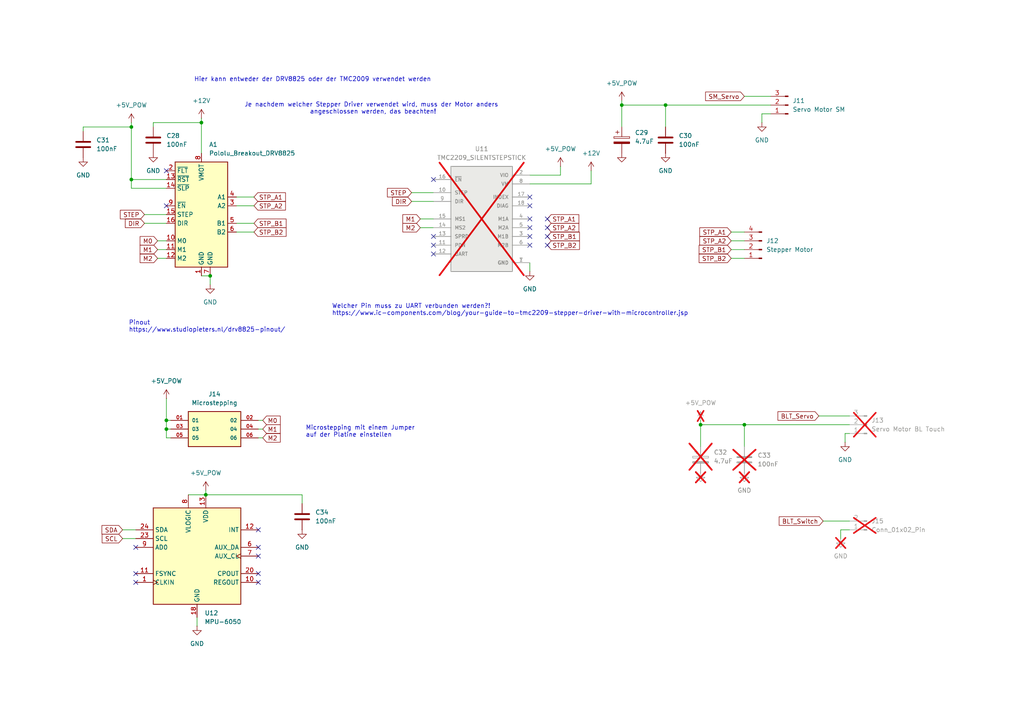
<source format=kicad_sch>
(kicad_sch (version 20231120) (generator "eeschema") (generator_version "8.0")
  (paper "A4")
  (lib_symbols
    (symbol "Connector:Conn_01x02_Pin" (pin_names (offset 1.016) hide)
      (property "Reference" "J" (at 0 2.54 0))
      (property "Value" "Conn_01x02_Pin" (at 0 -5.08 0))
      (symbol "Conn_01x02_Pin_1_1"
        (polyline (pts (xy 1.27 -2.54) (xy 0.8636 -2.54)) (stroke (width 0.1524)))
        (polyline (pts (xy 1.27 0) (xy 0.8636 0)) (stroke (width 0.1524)))
        (rectangle (start 0.8636 -2.413) (end 0 -2.667) (stroke (width 0.1524)) (fill (type outline)))
        (rectangle (start 0.8636 0.127) (end 0 -0.127) (stroke (width 0.1524)) (fill (type outline)))
        (pin passive line (at 5.08 0 180) (length 3.81) (name "Pin_1") (number "1"))
        (pin passive line (at 5.08 -2.54 180) (length 3.81) (name "Pin_2") (number "2"))
      )
    )
    (symbol "Connector:Conn_01x03_Pin" (pin_names (offset 1.016) hide)
      (property "Reference" "J" (at 0 5.08 0))
      (property "Value" "Conn_01x03_Pin" (at 0 -5.08 0))
      (symbol "Conn_01x03_Pin_1_1"
        (polyline (pts (xy 1.27 -2.54) (xy 0.8636 -2.54)) (stroke (width 0.1524)))
        (polyline (pts (xy 1.27 0) (xy 0.8636 0)) (stroke (width 0.1524)))
        (polyline (pts (xy 1.27 2.54) (xy 0.8636 2.54)) (stroke (width 0.1524)))
        (rectangle (start 0.8636 -2.413) (end 0 -2.667) (stroke (width 0.1524)) (fill (type outline)))
        (rectangle (start 0.8636 0.127) (end 0 -0.127) (stroke (width 0.1524)) (fill (type outline)))
        (rectangle (start 0.8636 2.667) (end 0 2.413) (stroke (width 0.1524)) (fill (type outline)))
        (pin passive line (at 5.08 2.54 180) (length 3.81) (name "Pin_1") (number "1"))
        (pin passive line (at 5.08 0 180) (length 3.81) (name "Pin_2") (number "2"))
        (pin passive line (at 5.08 -2.54 180) (length 3.81) (name "Pin_3") (number "3"))
      )
    )
    (symbol "Connector:Conn_01x04_Pin" (pin_names (offset 1.016) hide)
      (property "Reference" "J" (at 0 5.08 0))
      (property "Value" "Conn_01x04_Pin" (at 0 -7.62 0))
      (symbol "Conn_01x04_Pin_1_1"
        (polyline (pts (xy 1.27 -5.08) (xy 0.8636 -5.08)) (stroke (width 0.1524)))
        (polyline (pts (xy 1.27 -2.54) (xy 0.8636 -2.54)) (stroke (width 0.1524)))
        (polyline (pts (xy 1.27 0) (xy 0.8636 0)) (stroke (width 0.1524)))
        (polyline (pts (xy 1.27 2.54) (xy 0.8636 2.54)) (stroke (width 0.1524)))
        (rectangle (start 0.8636 -4.953) (end 0 -5.207) (stroke (width 0.1524)) (fill (type outline)))
        (rectangle (start 0.8636 -2.413) (end 0 -2.667) (stroke (width 0.1524)) (fill (type outline)))
        (rectangle (start 0.8636 0.127) (end 0 -0.127) (stroke (width 0.1524)) (fill (type outline)))
        (rectangle (start 0.8636 2.667) (end 0 2.413) (stroke (width 0.1524)) (fill (type outline)))
        (pin passive line (at 5.08 2.54 180) (length 3.81) (name "Pin_1") (number "1"))
        (pin passive line (at 5.08 0 180) (length 3.81) (name "Pin_2") (number "2"))
        (pin passive line (at 5.08 -2.54 180) (length 3.81) (name "Pin_3") (number "3"))
        (pin passive line (at 5.08 -5.08 180) (length 3.81) (name "Pin_4") (number "4"))
      )
    )
    (symbol "Device:C" (pin_numbers hide) (pin_names (offset 0.254))
      (property "Reference" "C" (at 0.635 2.54 0))
      (property "Value" "C" (at 0.635 -2.54 0))
      (symbol "C_0_1"
        (polyline (pts (xy -2.032 -0.762) (xy 2.032 -0.762)) (stroke (width 0.508)))
        (polyline (pts (xy -2.032 0.762) (xy 2.032 0.762)) (stroke (width 0.508)))
      )
      (symbol "C_1_1"
        (pin passive line (at 0 3.81 270) (length 2.794) (name "~") (number "1"))
        (pin passive line (at 0 -3.81 90) (length 2.794) (name "~") (number "2"))
      )
    )
    (symbol "Device:C_Polarized" (pin_numbers hide) (pin_names (offset 0.254))
      (property "Reference" "C" (at 0.635 2.54 0))
      (property "Value" "C_Polarized" (at 0.635 -2.54 0))
      (symbol "C_Polarized_0_1"
        (rectangle (start -2.286 0.508) (end 2.286 1.016))
        (polyline (pts (xy -1.778 2.286) (xy -0.762 2.286)))
        (polyline (pts (xy -1.27 2.794) (xy -1.27 1.778)))
        (rectangle (start 2.286 -0.508) (end -2.286 -1.016) (fill (type outline)))
      )
      (symbol "C_Polarized_1_1"
        (pin passive line (at 0 3.81 270) (length 2.794) (name "~") (number "1"))
        (pin passive line (at 0 -3.81 90) (length 2.794) (name "~") (number "2"))
      )
    )
    (symbol "Driver_Motor:Pololu_Breakout_DRV8825"
      (property "Reference" "A" (at -2.54 16.51 0))
      (property "Value" "Pololu_Breakout_DRV8825" (at -2.54 13.97 0))
      (symbol "Pololu_Breakout_DRV8825_0_1"
        (rectangle (start 7.62 -17.78) (end -7.62 12.7) (stroke (width 0.254)) (fill (type background)))
      )
      (symbol "Pololu_Breakout_DRV8825_1_1"
        (pin power_in line (at 0 -20.32 90) (length 2.54) (name "GND") (number "1"))
        (pin input line (at -10.16 -10.16 0) (length 2.54) (name "M0") (number "10"))
        (pin input line (at -10.16 -12.7 0) (length 2.54) (name "M1") (number "11"))
        (pin input line (at -10.16 -15.24 0) (length 2.54) (name "M2") (number "12"))
        (pin input line (at -10.16 7.62 0) (length 2.54) (name "~{RST}") (number "13"))
        (pin input line (at -10.16 5.08 0) (length 2.54) (name "~{SLP}") (number "14"))
        (pin input line (at -10.16 -2.54 0) (length 2.54) (name "STEP") (number "15"))
        (pin input line (at -10.16 -5.08 0) (length 2.54) (name "DIR") (number "16"))
        (pin output line (at -10.16 10.16 0) (length 2.54) (name "~{FLT}") (number "2"))
        (pin output line (at 10.16 0 180) (length 2.54) (name "A2") (number "3"))
        (pin output line (at 10.16 2.54 180) (length 2.54) (name "A1") (number "4"))
        (pin output line (at 10.16 -5.08 180) (length 2.54) (name "B1") (number "5"))
        (pin output line (at 10.16 -7.62 180) (length 2.54) (name "B2") (number "6"))
        (pin power_in line (at 2.54 -20.32 90) (length 2.54) (name "GND") (number "7"))
        (pin power_in line (at 0 15.24 270) (length 2.54) (name "VMOT") (number "8"))
        (pin input line (at -10.16 0 0) (length 2.54) (name "~{EN}") (number "9"))
      )
    )
    (symbol "Imported_Component_Symbols:FTSH-103-01-L-DH" (pin_names (offset 1.016))
      (property "Reference" "J" (at -8.12 5.08 0))
      (property "Value" "FTSH-103-01-L-DH" (at -7.62 -7.62 0))
      (symbol "FTSH-103-01-L-DH_0_0"
        (rectangle (start -7.62 -5.08) (end 7.62 5.08) (stroke (width 0.254)) (fill (type background)))
        (pin passive line (at -12.7 2.54 0) (length 5.08) (name "01") (number "01"))
        (pin passive line (at 12.7 2.54 180) (length 5.08) (name "02") (number "02"))
        (pin passive line (at -12.7 0 0) (length 5.08) (name "03") (number "03"))
        (pin passive line (at 12.7 0 180) (length 5.08) (name "04") (number "04"))
        (pin passive line (at -12.7 -2.54 0) (length 5.08) (name "05") (number "05"))
        (pin passive line (at 12.7 -2.54 180) (length 5.08) (name "06") (number "06"))
      )
    )
    (symbol "Imported_Component_Symbols:TMC2209_SILENTSTEPSTICK" (pin_names (offset 1.016))
      (property "Reference" "U" (at -12.7 22.86 0))
      (property "Value" "TMC2209_SILENTSTEPSTICK" (at -12.446 -13.716 0))
      (symbol "TMC2209_SILENTSTEPSTICK_0_0"
        (rectangle (start -8.89 20.32) (end 8.89 -10.16) (stroke (width 0.254)) (fill (type background)))
        (pin power_in line (at 13.97 -7.62 180) (length 5.08) (name "GND") (number "1"))
        (pin input line (at -13.97 12.7 0) (length 5.08) (name "STEP") (number "10"))
        (pin bidirectional line (at -13.97 -2.54 0) (length 5.08) (name "PDN") (number "11"))
        (pin bidirectional line (at -13.97 -5.08 0) (length 5.08) (name "UART") (number "12"))
        (pin input line (at -13.97 0 0) (length 5.08) (name "SPRD") (number "13"))
        (pin input line (at -13.97 2.54 0) (length 5.08) (name "MS2") (number "14"))
        (pin input line (at -13.97 5.08 0) (length 5.08) (name "MS1") (number "15"))
        (pin input line (at -13.97 16.51 0) (length 5.08) (name "~{EN}") (number "16"))
        (pin output line (at 13.97 11.43 180) (length 5.08) (name "INDEX") (number "17"))
        (pin output line (at 13.97 8.89 180) (length 5.08) (name "DIAG") (number "18"))
        (pin power_in line (at 13.97 17.78 180) (length 5.08) (name "VIO") (number "2"))
        (pin output line (at 13.97 0 180) (length 5.08) (name "M1B") (number "3"))
        (pin output line (at 13.97 5.08 180) (length 5.08) (name "M1A") (number "4"))
        (pin output line (at 13.97 2.54 180) (length 5.08) (name "M2A") (number "5"))
        (pin output line (at 13.97 -2.54 180) (length 5.08) (name "M2B") (number "6"))
        (pin power_in line (at 13.97 -7.62 180) (length 5.08) (name "GND") (number "7"))
        (pin power_in line (at 13.97 15.24 180) (length 5.08) (name "VM") (number "8"))
        (pin input line (at -13.97 10.16 0) (length 5.08) (name "DIR") (number "9"))
      )
    )
    (symbol "Sensor_Motion:MPU-6050"
      (property "Reference" "U" (at -11.43 13.97 0))
      (property "Value" "MPU-6050" (at 7.62 -15.24 0))
      (symbol "MPU-6050_0_0"
        (text "" (at 12.7 -2.54 0) (effects (font (size 1.27 1.27))))
      )
      (symbol "MPU-6050_0_1"
        (rectangle (start -12.7 13.97) (end 12.7 -13.97) (stroke (width 0.254)) (fill (type background)))
      )
      (symbol "MPU-6050_1_1"
        (pin input clock (at -17.78 -7.62 0) (length 5.08) (name "CLKIN") (number "1"))
        (pin passive line (at 17.78 -7.62 180) (length 5.08) (name "REGOUT") (number "10"))
        (pin input line (at -17.78 -5.08 0) (length 5.08) (name "FSYNC") (number "11"))
        (pin output line (at 17.78 7.62 180) (length 5.08) (name "INT") (number "12"))
        (pin power_in line (at 2.54 17.78 270) (length 3.81) (name "VDD") (number "13"))
        (pin no_connect line (at -12.7 -10.16 0) (length 2.54) hide (name "NC") (number "14"))
        (pin no_connect line (at 12.7 12.7 180) (length 2.54) hide (name "NC") (number "15"))
        (pin no_connect line (at 12.7 10.16 180) (length 2.54) hide (name "NC") (number "16"))
        (pin no_connect line (at 12.7 5.08 180) (length 2.54) hide (name "NC") (number "17"))
        (pin power_in line (at 0 -17.78 90) (length 3.81) (name "GND") (number "18"))
        (pin no_connect line (at 12.7 -10.16 180) (length 2.54) hide (name "RESV") (number "19"))
        (pin no_connect line (at -12.7 12.7 0) (length 2.54) hide (name "NC") (number "2"))
        (pin passive line (at 17.78 -5.08 180) (length 5.08) (name "CPOUT") (number "20"))
        (pin no_connect line (at 12.7 -2.54 180) (length 2.54) hide (name "RESV") (number "21"))
        (pin no_connect line (at 12.7 -12.7 180) (length 2.54) hide (name "RESV") (number "22"))
        (pin input line (at -17.78 5.08 0) (length 5.08) (name "SCL") (number "23"))
        (pin bidirectional line (at -17.78 7.62 0) (length 5.08) (name "SDA") (number "24"))
        (pin no_connect line (at -12.7 10.16 0) (length 2.54) hide (name "NC") (number "3"))
        (pin no_connect line (at -12.7 0 0) (length 2.54) hide (name "NC") (number "4"))
        (pin no_connect line (at -12.7 -2.54 0) (length 2.54) hide (name "NC") (number "5"))
        (pin bidirectional line (at 17.78 2.54 180) (length 5.08) (name "AUX_DA") (number "6"))
        (pin output clock (at 17.78 0 180) (length 5.08) (name "AUX_CL") (number "7"))
        (pin power_in line (at -2.54 17.78 270) (length 3.81) (name "VLOGIC") (number "8"))
        (pin input line (at -17.78 2.54 0) (length 5.08) (name "AD0") (number "9"))
      )
    )
    (symbol "power:+12V" (power) (pin_numbers hide) (pin_names (offset 0) hide)
      (property "Value" "+12V" (at 0 3.556 0))
      (symbol "+12V_0_1"
        (polyline (pts (xy -0.762 1.27) (xy 0 2.54)))
        (polyline (pts (xy 0 0) (xy 0 2.54)))
        (polyline (pts (xy 0 2.54) (xy 0.762 1.27)))
      )
      (symbol "+12V_1_1"
        (pin power_in line (at 0 0 90) (length 0) (name "~") (number "1"))
      )
    )
    (symbol "power:+5VP" (power) (pin_numbers hide) (pin_names (offset 0) hide)
      (property "Value" "+5VP" (at 0 3.556 0))
      (symbol "+5VP_0_1"
        (polyline (pts (xy -0.762 1.27) (xy 0 2.54)))
        (polyline (pts (xy 0 0) (xy 0 2.54)))
        (polyline (pts (xy 0 2.54) (xy 0.762 1.27)))
      )
      (symbol "+5VP_1_1"
        (pin power_in line (at 0 0 90) (length 0) (name "~") (number "1"))
      )
    )
    (symbol "power:GND" (power) (pin_numbers hide) (pin_names (offset 0) hide)
      (property "Value" "GND" (at 0 -3.81 0))
      (symbol "GND_0_1"
        (polyline (pts (xy 0 0) (xy 0 -1.27) (xy 1.27 -1.27) (xy 0 -2.54) (xy -1.27 -1.27) (xy 0 -1.27)))
      )
      (symbol "GND_1_1"
        (pin power_in line (at 0 0 270) (length 0) (name "~") (number "1"))
      )
    )
  )
  (junction (at 180.34 30.48))
  (junction (at 38.1 52.07))
  (junction (at 58.42 35.56))
  (junction (at 48.26 124.46))
  (junction (at 193.04 30.48))
  (junction (at 215.9 123.19))
  (junction (at 48.26 121.92))
  (junction (at 59.69 143.51))
  (junction (at 203.2 123.19))
  (junction (at 60.96 80.01))
  (junction (at 38.1 36.83))
  (no_connect (at 74.93 168.91))
  (no_connect (at 158.75 66.04))
  (no_connect (at 153.67 63.5))
  (no_connect (at 48.26 49.53))
  (no_connect (at 125.73 71.12))
  (no_connect (at 153.67 59.69))
  (no_connect (at 158.75 68.58))
  (no_connect (at 153.67 66.04))
  (no_connect (at 74.93 161.29))
  (no_connect (at 153.67 71.12))
  (no_connect (at 39.37 166.37))
  (no_connect (at 74.93 158.75))
  (no_connect (at 158.75 63.5))
  (no_connect (at 125.73 68.58))
  (no_connect (at 74.93 153.67))
  (no_connect (at 153.67 68.58))
  (no_connect (at 74.93 166.37))
  (no_connect (at 153.67 57.15))
  (no_connect (at 39.37 158.75))
  (no_connect (at 48.26 59.69))
  (no_connect (at 39.37 168.91))
  (no_connect (at 158.75 71.12))
  (no_connect (at 125.73 73.66))
  (no_connect (at 125.73 52.07))
  (wire (pts (xy 245.11 125.73) (xy 246.38 125.73)))
  (wire (pts (xy 215.9 27.94) (xy 223.52 27.94)))
  (wire (pts (xy 48.26 115.57) (xy 48.26 121.92)))
  (wire (pts (xy 212.09 69.85) (xy 215.9 69.85)))
  (wire (pts (xy 41.91 64.77) (xy 48.26 64.77)))
  (wire (pts (xy 45.72 74.93) (xy 48.26 74.93)))
  (wire (pts (xy 35.56 156.21) (xy 39.37 156.21)))
  (wire (pts (xy 38.1 36.83) (xy 38.1 52.07)))
  (wire (pts (xy 48.26 52.07) (xy 38.1 52.07)))
  (wire (pts (xy 212.09 67.31) (xy 215.9 67.31)))
  (wire (pts (xy 119.38 58.42) (xy 125.73 58.42)))
  (wire (pts (xy 48.26 121.92) (xy 48.26 124.46)))
  (wire (pts (xy 48.26 54.61) (xy 38.1 54.61)))
  (wire (pts (xy 215.9 123.19) (xy 215.9 129.54)))
  (wire (pts (xy 24.13 38.1) (xy 24.13 36.83)))
  (wire (pts (xy 60.96 80.01) (xy 60.96 82.55)))
  (wire (pts (xy 38.1 54.61) (xy 38.1 52.07)))
  (wire (pts (xy 238.76 151.13) (xy 246.38 151.13)))
  (wire (pts (xy 76.2 127) (xy 74.93 127)))
  (wire (pts (xy 76.2 121.92) (xy 74.93 121.92)))
  (wire (pts (xy 48.26 127) (xy 48.26 124.46)))
  (wire (pts (xy 119.38 55.88) (xy 125.73 55.88)))
  (wire (pts (xy 58.42 34.29) (xy 58.42 35.56)))
  (wire (pts (xy 68.58 57.15) (xy 73.66 57.15)))
  (wire (pts (xy 193.04 30.48) (xy 180.34 30.48)))
  (wire (pts (xy 223.52 30.48) (xy 193.04 30.48)))
  (wire (pts (xy 87.63 146.05) (xy 87.63 143.51)))
  (wire (pts (xy 68.58 59.69) (xy 73.66 59.69)))
  (wire (pts (xy 45.72 69.85) (xy 48.26 69.85)))
  (wire (pts (xy 76.2 124.46) (xy 74.93 124.46)))
  (wire (pts (xy 203.2 123.19) (xy 203.2 129.54)))
  (wire (pts (xy 24.13 36.83) (xy 38.1 36.83)))
  (wire (pts (xy 180.34 30.48) (xy 180.34 36.83)))
  (wire (pts (xy 58.42 80.01) (xy 60.96 80.01)))
  (wire (pts (xy 73.66 67.31) (xy 68.58 67.31)))
  (wire (pts (xy 243.84 153.67) (xy 243.84 156.21)))
  (wire (pts (xy 153.67 76.2) (xy 153.67 78.74)))
  (wire (pts (xy 220.98 35.56) (xy 220.98 33.02)))
  (wire (pts (xy 44.45 36.83) (xy 44.45 35.56)))
  (wire (pts (xy 171.45 53.34) (xy 171.45 49.53)))
  (wire (pts (xy 246.38 153.67) (xy 243.84 153.67)))
  (wire (pts (xy 203.2 121.92) (xy 203.2 123.19)))
  (wire (pts (xy 54.61 143.51) (xy 59.69 143.51)))
  (wire (pts (xy 237.49 120.65) (xy 246.38 120.65)))
  (wire (pts (xy 212.09 74.93) (xy 215.9 74.93)))
  (wire (pts (xy 162.56 50.8) (xy 162.56 48.26)))
  (wire (pts (xy 87.63 143.51) (xy 59.69 143.51)))
  (wire (pts (xy 193.04 30.48) (xy 193.04 36.83)))
  (wire (pts (xy 121.92 66.04) (xy 125.73 66.04)))
  (wire (pts (xy 35.56 153.67) (xy 39.37 153.67)))
  (wire (pts (xy 58.42 35.56) (xy 58.42 44.45)))
  (wire (pts (xy 212.09 72.39) (xy 215.9 72.39)))
  (wire (pts (xy 49.53 121.92) (xy 48.26 121.92)))
  (wire (pts (xy 41.91 62.23) (xy 48.26 62.23)))
  (wire (pts (xy 121.92 63.5) (xy 125.73 63.5)))
  (wire (pts (xy 215.9 123.19) (xy 203.2 123.19)))
  (wire (pts (xy 49.53 127) (xy 48.26 127)))
  (wire (pts (xy 73.66 64.77) (xy 68.58 64.77)))
  (wire (pts (xy 45.72 72.39) (xy 48.26 72.39)))
  (wire (pts (xy 180.34 29.21) (xy 180.34 30.48)))
  (wire (pts (xy 49.53 124.46) (xy 48.26 124.46)))
  (wire (pts (xy 59.69 143.51) (xy 59.69 142.24)))
  (wire (pts (xy 44.45 35.56) (xy 58.42 35.56)))
  (wire (pts (xy 153.67 50.8) (xy 162.56 50.8)))
  (wire (pts (xy 38.1 36.83) (xy 38.1 35.56)))
  (wire (pts (xy 57.15 179.07) (xy 57.15 181.61)))
  (wire (pts (xy 246.38 123.19) (xy 215.9 123.19)))
  (wire (pts (xy 153.67 53.34) (xy 171.45 53.34)))
  (wire (pts (xy 220.98 33.02) (xy 223.52 33.02)))
  (wire (pts (xy 245.11 128.27) (xy 245.11 125.73)))
  (text "Hier kann entweder der DRV8825 oder der TMC2009 verwendet werden\n" (at 90.678 23.114 0) (effects (font (size 1.27 1.27))))
  (text "Microstepping mit einem Jumper\nauf der Platine einstellen\n" (at 88.646 125.222 0) (effects (font (size 1.27 1.27)) (justify left)))
  (text "Welcher Pin muss zu UART verbunden werden?!\nhttps://www.ic-components.com/blog/your-guide-to-tmc2209-stepper-driver-with-microcontroller.jsp" (at 96.266 89.916 0) (effects (font (size 1.27 1.27)) (justify left)))
  (text "Pinout\nhttps://www.studiopieters.nl/drv8825-pinout/" (at 37.338 94.742 0) (effects (font (size 1.27 1.27)) (justify left)))
  (text "Je nachdem welcher Stepper Driver verwendet wird, muss der Motor anders \nangeschlossen werden, das beachten!\n" (at 108.204 31.496 0) (effects (font (size 1.27 1.27))))
  (global_label "M2" (shape input) (at 45.72 74.93 180) (property "Intersheetrefs" "${INTERSHEET_REFS}" (effects (hide yes))))
  (global_label "M0" (shape input) (at 45.72 69.85 180) (property "Intersheetrefs" "${INTERSHEET_REFS}" (effects (hide yes))))
  (global_label "BLT_Switch" (shape input) (at 238.76 151.13 180) (property "Intersheetrefs" "${INTERSHEET_REFS}" (effects (hide yes))))
  (global_label "M1" (shape input) (at 45.72 72.39 180) (property "Intersheetrefs" "${INTERSHEET_REFS}" (effects (hide yes))))
  (global_label "M2" (shape input) (at 76.2 127 0) (property "Intersheetrefs" "${INTERSHEET_REFS}" (effects (hide yes))))
  (global_label "M0" (shape input) (at 76.2 121.92 0) (property "Intersheetrefs" "${INTERSHEET_REFS}" (effects (hide yes))))
  (global_label "STP_B2" (shape input) (at 212.09 74.93 180) (property "Intersheetrefs" "${INTERSHEET_REFS}" (effects (hide yes))))
  (global_label "STP_A2" (shape input) (at 73.66 59.69 0) (property "Intersheetrefs" "${INTERSHEET_REFS}" (effects (hide yes))))
  (global_label "STEP" (shape input) (at 41.91 62.23 180) (property "Intersheetrefs" "${INTERSHEET_REFS}" (effects (hide yes))))
  (global_label "STP_A2" (shape input) (at 212.09 69.85 180) (property "Intersheetrefs" "${INTERSHEET_REFS}" (effects (hide yes))))
  (global_label "STP_A1" (shape input) (at 158.75 63.5 0) (property "Intersheetrefs" "${INTERSHEET_REFS}" (effects (hide yes))))
  (global_label "STP_B2" (shape input) (at 158.75 71.12 0) (property "Intersheetrefs" "${INTERSHEET_REFS}" (effects (hide yes))))
  (global_label "STP_A2" (shape input) (at 158.75 66.04 0) (property "Intersheetrefs" "${INTERSHEET_REFS}" (effects (hide yes))))
  (global_label "DIR" (shape input) (at 41.91 64.77 180) (property "Intersheetrefs" "${INTERSHEET_REFS}" (effects (hide yes))))
  (global_label "M1" (shape input) (at 121.92 63.5 180) (property "Intersheetrefs" "${INTERSHEET_REFS}" (effects (hide yes))))
  (global_label "STP_A1" (shape input) (at 212.09 67.31 180) (property "Intersheetrefs" "${INTERSHEET_REFS}" (effects (hide yes))))
  (global_label "STP_B1" (shape input) (at 73.66 64.77 0) (property "Intersheetrefs" "${INTERSHEET_REFS}" (effects (hide yes))))
  (global_label "STP_A1" (shape input) (at 73.66 57.15 0) (property "Intersheetrefs" "${INTERSHEET_REFS}" (effects (hide yes))))
  (global_label "M1" (shape input) (at 76.2 124.46 0) (property "Intersheetrefs" "${INTERSHEET_REFS}" (effects (hide yes))))
  (global_label "DIR" (shape input) (at 119.38 58.42 180) (property "Intersheetrefs" "${INTERSHEET_REFS}" (effects (hide yes))))
  (global_label "SDA" (shape input) (at 35.56 153.67 180) (property "Intersheetrefs" "${INTERSHEET_REFS}" (effects (hide yes))))
  (global_label "STP_B2" (shape input) (at 73.66 67.31 0) (property "Intersheetrefs" "${INTERSHEET_REFS}" (effects (hide yes))))
  (global_label "SCL" (shape input) (at 35.56 156.21 180) (property "Intersheetrefs" "${INTERSHEET_REFS}" (effects (hide yes))))
  (global_label "STP_B1" (shape input) (at 158.75 68.58 0) (property "Intersheetrefs" "${INTERSHEET_REFS}" (effects (hide yes))))
  (global_label "BLT_Servo" (shape input) (at 237.49 120.65 180) (property "Intersheetrefs" "${INTERSHEET_REFS}" (effects (hide yes))))
  (global_label "STEP" (shape input) (at 119.38 55.88 180) (property "Intersheetrefs" "${INTERSHEET_REFS}" (effects (hide yes))))
  (global_label "SM_Servo" (shape input) (at 215.9 27.94 180) (property "Intersheetrefs" "${INTERSHEET_REFS}" (effects (hide yes))))
  (global_label "M2" (shape input) (at 121.92 66.04 180) (property "Intersheetrefs" "${INTERSHEET_REFS}" (effects (hide yes))))
  (global_label "STP_B1" (shape input) (at 212.09 72.39 180) (property "Intersheetrefs" "${INTERSHEET_REFS}" (effects (hide yes))))
  (symbol (lib_id "Device:C") (at 87.63 149.86 0) (unit 1)
    (property "Reference" "C34" (at 91.44 148.5899 0) (effects (justify left)))
    (property "Value" "100nF" (at 91.44 151.1299 0) (effects (justify left)))
    (property "Footprint" "Capacitor_SMD:C_0402_1005Metric_Pad0.74x0.62mm_HandSolder" (effects (hide yes)))
    (property "Description" "Unpolarized capacitor" (effects (hide yes)))
  )
  (symbol (lib_id "power:+5VP") (at 59.69 142.24 0) (unit 1)
    (property "Reference" "#PWR074" (effects (hide yes)))
    (property "Value" "+5V_POW" (at 59.69 137.16 0))
    (property "Description" "Power symbol creates a global label with name \"+5VP\"" (effects (hide yes)))
  )
  (symbol (lib_id "power:GND") (at 215.9 137.16 0) (unit 1) (dnp yes)
    (property "Reference" "#PWR073" (effects (hide yes)))
    (property "Value" "GND" (at 215.9 142.24 0))
    (property "Description" "Power symbol creates a global label with name \"GND\" , ground" (effects (hide yes)))
  )
  (symbol (lib_id "power:GND") (at 24.13 45.72 0) (unit 1)
    (property "Reference" "#PWR064" (effects (hide yes)))
    (property "Value" "GND" (at 24.13 50.8 0))
    (property "Description" "Power symbol creates a global label with name \"GND\" , ground" (effects (hide yes)))
  )
  (symbol (lib_id "Driver_Motor:Pololu_Breakout_DRV8825") (at 58.42 59.69 0) (unit 1)
    (property "Reference" "A1" (at 60.6141 41.91 0) (effects (justify left)))
    (property "Value" "Pololu_Breakout_DRV8825" (at 60.6141 44.45 0) (effects (justify left)))
    (property "Footprint" "Module:Pololu_Breakout-16_15.2x20.3mm" (effects (hide yes)))
    (property "Datasheet" "https://www.pololu.com/product/2982" (effects (hide yes)))
    (property "Description" "Pololu Breakout Board, Stepper Driver DRV8825" (effects (hide yes)))
  )
  (symbol (lib_id "power:GND") (at 87.63 153.67 0) (unit 1)
    (property "Reference" "#PWR075" (effects (hide yes)))
    (property "Value" "GND" (at 87.63 158.75 0))
    (property "Description" "Power symbol creates a global label with name \"GND\" , ground" (effects (hide yes)))
  )
  (symbol (lib_id "power:GND") (at 60.96 82.55 0) (unit 1)
    (property "Reference" "#PWR068" (effects (hide yes)))
    (property "Value" "GND" (at 60.96 87.63 0))
    (property "Description" "Power symbol creates a global label with name \"GND\" , ground" (effects (hide yes)))
  )
  (symbol (lib_id "Imported_Component_Symbols:TMC2209_SILENTSTEPSTICK") (at 139.7 68.58 0) (unit 1) (exclude_from_sim yes) (in_bom no) (on_board no) (dnp yes)
    (property "Reference" "U11" (at 139.7 43.18 0))
    (property "Value" "TMC2209_SILENTSTEPSTICK" (at 139.7 45.72 0))
    (property "Footprint" "Imported_Component_Footprints:MODULE_TMC2209_SILENTSTEPSTICK" (effects (hide yes)))
    (property "MF" "Trinamic Motion Control GmbH" (effects (hide yes)))
    (property "Description_1" "\n                        \n                            TMC2209 Motor Controller/Driver Power Management Evaluation Board\n                        \n" (effects (hide yes)))
    (property "Package" "None" (effects (hide yes)))
    (property "Price" "None" (effects (hide yes)))
    (property "Check_prices" "https://www.snapeda.com/parts/TMC2209%20SILENTSTEPSTICK/Trinamic/view-part/?ref=eda" (effects (hide yes)))
    (property "STANDARD" "Manufacturer Recommendations" (effects (hide yes)))
    (property "PARTREV" "1.20" (effects (hide yes)))
    (property "SnapEDA_Link" "https://www.snapeda.com/parts/TMC2209%20SILENTSTEPSTICK/Trinamic/view-part/?ref=snap" (effects (hide yes)))
    (property "MP" "TMC2209 SILENTSTEPSTICK" (effects (hide yes)))
    (property "MANUFACTURER" "Trinamic Motion Control GmbH" (effects (hide yes)))
    (property "Availability" "Not in stock" (effects (hide yes)))
    (property "SNAPEDA_PN" "TMC2209 SILENTSTEPSTICK" (effects (hide yes)))
  )
  (symbol (lib_id "power:GND") (at 193.04 44.45 0) (unit 1)
    (property "Reference" "#PWR063" (effects (hide yes)))
    (property "Value" "GND" (at 193.04 49.53 0))
    (property "Description" "Power symbol creates a global label with name \"GND\" , ground" (effects (hide yes)))
  )
  (symbol (lib_id "power:GND") (at 44.45 44.45 0) (unit 1)
    (property "Reference" "#PWR061" (effects (hide yes)))
    (property "Value" "GND" (at 44.45 49.53 0))
    (property "Description" "Power symbol creates a global label with name \"GND\" , ground" (effects (hide yes)))
  )
  (symbol (lib_id "Device:C_Polarized") (at 180.34 40.64 0) (unit 1)
    (property "Reference" "C29" (at 184.15 38.4809 0) (effects (justify left)))
    (property "Value" "4.7uF" (at 184.15 41.0209 0) (effects (justify left)))
    (property "Footprint" "Capacitor_SMD:C_0805_2012Metric_Pad1.18x1.45mm_HandSolder" (effects (hide yes)))
    (property "Description" "Polarized capacitor" (effects (hide yes)))
  )
  (symbol (lib_id "Imported_Component_Symbols:FTSH-103-01-L-DH") (at 62.23 124.46 0) (unit 1)
    (property "Reference" "J14" (at 62.23 114.3 0))
    (property "Value" "Microstepping" (at 62.23 116.84 0))
    (property "Footprint" "Imported_Component_Footprints:FTSH-103-01-L-DH" (effects (hide yes)))
    (property "PARTREV" "R" (effects (hide yes)))
    (property "MANUFACTURER" "Samtec Inc." (effects (hide yes)))
    (property "STANDARD" "Manufacturer Recommendations" (effects (hide yes)))
  )
  (symbol (lib_id "power:GND") (at 57.15 181.61 0) (unit 1)
    (property "Reference" "#PWR077" (effects (hide yes)))
    (property "Value" "GND" (at 57.15 186.69 0))
    (property "Description" "Power symbol creates a global label with name \"GND\" , ground" (effects (hide yes)))
  )
  (symbol (lib_id "Device:C") (at 215.9 133.35 0) (unit 1) (dnp yes)
    (property "Reference" "C33" (at 219.71 132.0799 0) (effects (justify left)))
    (property "Value" "100nF" (at 219.71 134.6199 0) (effects (justify left)))
    (property "Footprint" "Capacitor_SMD:C_0402_1005Metric_Pad0.74x0.62mm_HandSolder" (effects (hide yes)))
    (property "Description" "Unpolarized capacitor" (effects (hide yes)))
  )
  (symbol (lib_id "power:+5VP") (at 162.56 48.26 0) (unit 1)
    (property "Reference" "#PWR065" (effects (hide yes)))
    (property "Value" "+5V_POW" (at 162.56 43.18 0))
    (property "Description" "Power symbol creates a global label with name \"+5VP\"" (effects (hide yes)))
  )
  (symbol (lib_id "Device:C") (at 24.13 41.91 0) (unit 1)
    (property "Reference" "C31" (at 27.94 40.6399 0) (effects (justify left)))
    (property "Value" "100nF" (at 27.94 43.1799 0) (effects (justify left)))
    (property "Footprint" "Capacitor_SMD:C_0402_1005Metric_Pad0.74x0.62mm_HandSolder" (effects (hide yes)))
    (property "Description" "Unpolarized capacitor" (effects (hide yes)))
  )
  (symbol (lib_id "Connector:Conn_01x03_Pin") (at 251.46 123.19 180) (unit 1) (in_bom no) (on_board no) (dnp yes)
    (property "Reference" "J13" (at 252.73 121.9199 0) (effects (justify right)))
    (property "Value" "Servo Motor BL Touch" (at 252.73 124.4599 0) (effects (justify right)))
    (property "Description" "Generic connector, single row, 01x03, script generated" (effects (hide yes)))
  )
  (symbol (lib_id "power:+5VP") (at 48.26 115.57 0) (unit 1)
    (property "Reference" "#PWR069" (effects (hide yes)))
    (property "Value" "+5V_POW" (at 48.26 110.49 0))
    (property "Description" "Power symbol creates a global label with name \"+5VP\"" (effects (hide yes)))
  )
  (symbol (lib_id "power:GND") (at 245.11 128.27 0) (unit 1)
    (property "Reference" "#PWR071" (effects (hide yes)))
    (property "Value" "GND" (at 245.11 133.35 0))
    (property "Description" "Power symbol creates a global label with name \"GND\" , ground" (effects (hide yes)))
  )
  (symbol (lib_id "power:GND") (at 180.34 44.45 0) (unit 1)
    (property "Reference" "#PWR062" (effects (hide yes)))
    (property "Value" "GND" (effects (hide yes)))
    (property "Description" "Power symbol creates a global label with name \"GND\" , ground" (effects (hide yes)))
  )
  (symbol (lib_id "power:+5VP") (at 180.34 29.21 0) (unit 1)
    (property "Reference" "#PWR057" (effects (hide yes)))
    (property "Value" "+5V_POW" (at 180.34 24.13 0))
    (property "Description" "Power symbol creates a global label with name \"+5VP\"" (effects (hide yes)))
  )
  (symbol (lib_id "Connector:Conn_01x03_Pin") (at 228.6 30.48 180) (unit 1)
    (property "Reference" "J11" (at 229.87 29.2099 0) (effects (justify right)))
    (property "Value" "Servo Motor SM" (at 229.87 31.7499 0) (effects (justify right)))
    (property "Footprint" "Imported_Component_Footprints:JST_XH_S3B-XH-A_1x03_P2.50mm_Horizontal" (effects (hide yes)))
    (property "Description" "Generic connector, single row, 01x03, script generated" (effects (hide yes)))
  )
  (symbol (lib_id "power:GND") (at 203.2 137.16 0) (unit 1) (dnp yes)
    (property "Reference" "#PWR072" (effects (hide yes)))
    (property "Value" "GND" (effects (hide yes)))
    (property "Description" "Power symbol creates a global label with name \"GND\" , ground" (effects (hide yes)))
  )
  (symbol (lib_id "Connector:Conn_01x02_Pin") (at 251.46 153.67 180) (unit 1) (in_bom no) (on_board no) (dnp yes)
    (property "Reference" "J15" (at 252.73 151.1299 0) (effects (justify right)))
    (property "Value" "Conn_01x02_Pin" (at 252.73 153.6699 0) (effects (justify right)))
    (property "Description" "Generic connector, single row, 01x02, script generated" (effects (hide yes)))
  )
  (symbol (lib_id "power:+5VP") (at 203.2 121.92 0) (unit 1) (dnp yes)
    (property "Reference" "#PWR070" (effects (hide yes)))
    (property "Value" "+5V_POW" (at 203.2 116.84 0))
    (property "Description" "Power symbol creates a global label with name \"+5VP\"" (effects (hide yes)))
  )
  (symbol (lib_id "Device:C_Polarized") (at 203.2 133.35 0) (unit 1) (dnp yes)
    (property "Reference" "C32" (at 207.01 131.1909 0) (effects (justify left)))
    (property "Value" "4.7uF" (at 207.01 133.7309 0) (effects (justify left)))
    (property "Footprint" "Capacitor_SMD:C_0805_2012Metric_Pad1.18x1.45mm_HandSolder" (effects (hide yes)))
    (property "Description" "Polarized capacitor" (effects (hide yes)))
  )
  (symbol (lib_id "power:+5VP") (at 38.1 35.56 0) (unit 1)
    (property "Reference" "#PWR059" (effects (hide yes)))
    (property "Value" "+5V_POW" (at 38.1 30.48 0))
    (property "Description" "Power symbol creates a global label with name \"+5VP\"" (effects (hide yes)))
  )
  (symbol (lib_id "Sensor_Motion:MPU-6050") (at 57.15 161.29 0) (unit 1)
    (property "Reference" "U12" (at 59.3441 177.8 0) (effects (justify left)))
    (property "Value" "MPU-6050" (at 59.3441 180.34 0) (effects (justify left)))
    (property "Footprint" "Sensor_Motion:InvenSense_QFN-24_4x4mm_P0.5mm" (effects (hide yes)))
    (property "Datasheet" "https://invensense.tdk.com/wp-content/uploads/2015/02/MPU-6000-Datasheet1.pdf" (effects (hide yes)))
    (property "Description" "InvenSense 6-Axis Motion Sensor, Gyroscope, Accelerometer, I2C" (effects (hide yes)))
  )
  (symbol (lib_id "Device:C") (at 44.45 40.64 0) (unit 1)
    (property "Reference" "C28" (at 48.26 39.3699 0) (effects (justify left)))
    (property "Value" "100nF" (at 48.26 41.9099 0) (effects (justify left)))
    (property "Footprint" "Capacitor_SMD:C_0402_1005Metric_Pad0.74x0.62mm_HandSolder" (effects (hide yes)))
    (property "Description" "Unpolarized capacitor" (effects (hide yes)))
  )
  (symbol (lib_id "power:GND") (at 220.98 35.56 0) (unit 1)
    (property "Reference" "#PWR060" (effects (hide yes)))
    (property "Value" "GND" (at 220.98 40.64 0))
    (property "Description" "Power symbol creates a global label with name \"GND\" , ground" (effects (hide yes)))
  )
  (symbol (lib_id "power:+12V") (at 171.45 49.53 0) (unit 1)
    (property "Reference" "#PWR066" (effects (hide yes)))
    (property "Value" "+12V" (at 171.45 44.45 0))
    (property "Description" "Power symbol creates a global label with name \"+12V\"" (effects (hide yes)))
  )
  (symbol (lib_id "Connector:Conn_01x04_Pin") (at 220.98 72.39 180) (unit 1)
    (property "Reference" "J12" (at 222.25 69.8499 0) (effects (justify right)))
    (property "Value" "Stepper Motor" (at 222.25 72.3899 0) (effects (justify right)))
    (property "Footprint" "Imported_Component_Footprints:JST_S4B-XH-A-1" (effects (hide yes)))
    (property "Description" "Generic connector, single row, 01x04, script generated" (effects (hide yes)))
  )
  (symbol (lib_id "power:+12V") (at 58.42 34.29 0) (unit 1)
    (property "Reference" "#PWR058" (effects (hide yes)))
    (property "Value" "+12V" (at 58.42 29.21 0))
    (property "Description" "Power symbol creates a global label with name \"+12V\"" (effects (hide yes)))
  )
  (symbol (lib_id "Device:C") (at 193.04 40.64 0) (unit 1)
    (property "Reference" "C30" (at 196.85 39.3699 0) (effects (justify left)))
    (property "Value" "100nF" (at 196.85 41.9099 0) (effects (justify left)))
    (property "Footprint" "Capacitor_SMD:C_0402_1005Metric_Pad0.74x0.62mm_HandSolder" (effects (hide yes)))
    (property "Description" "Unpolarized capacitor" (effects (hide yes)))
  )
  (symbol (lib_id "power:GND") (at 153.67 78.74 0) (unit 1)
    (property "Reference" "#PWR067" (effects (hide yes)))
    (property "Value" "GND" (at 153.67 83.82 0))
    (property "Description" "Power symbol creates a global label with name \"GND\" , ground" (effects (hide yes)))
  )
  (symbol (lib_id "power:GND") (at 243.84 156.21 0) (unit 1) (dnp yes)
    (property "Reference" "#PWR076" (effects (hide yes)))
    (property "Value" "GND" (at 243.84 161.29 0))
    (property "Description" "Power symbol creates a global label with name \"GND\" , ground" (effects (hide yes)))
  )
)
</source>
